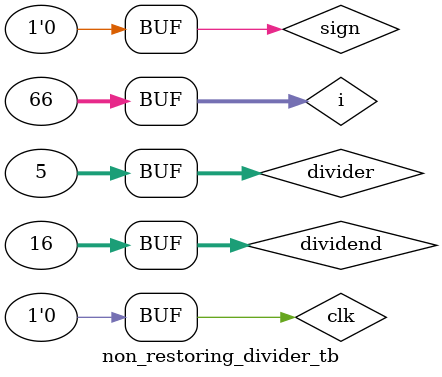
<source format=v>
module non_restoring_divider(dividend,divider,ready,quotient,remainder,sign,clk);
   input         clk;
   input         sign;
   input [31:0]  dividend, divider;
   output [31:0] quotient, remainder;
   output        ready;

   reg [31:0]    quotient, quotient_temp;
   reg [63:0]    dividend_copy, divider_copy, diff;
   reg           negative_output;
   
   wire [31:0]   remainder = (!negative_output) ?  dividend_copy[31:0] : ~dividend_copy[31:0] + 1'b1;

   reg [5:0]     bit; 
   wire          ready = !bit;

   initial bit = 0;
   initial negative_output = 0;

   always @( posedge clk ) 

     if( ready ) begin

        bit = 6'd32;
        quotient = 0;
        quotient_temp = 0;
        dividend_copy = (!sign || !dividend[31]) ? {32'd0,dividend} : {32'd0,~dividend + 1'b1};
        divider_copy = (!sign || !divider[31]) ? {1'b0,divider,31'd0} : {1'b0,~divider + 1'b1,31'd0};

        negative_output = sign && ((divider[31] && !dividend[31]) || (!divider[31] && dividend[31]));  
     end 
     else if ( bit > 0 ) begin

        diff = dividend_copy - divider_copy;

        quotient_temp = quotient_temp << 1;

        if( !diff[63] ) begin

           dividend_copy = diff;
           quotient_temp[0] = 1'd1;

        end

        quotient = (!negative_output) ? quotient_temp : ~quotient_temp + 1'b1;

        divider_copy = divider_copy >> 1;
        bit = bit - 1'b1;

     end
endmodule

module non_restoring_divider_tb;

	// Inputs
	reg [31:0] dividend;
	reg [31:0] divider;
	reg sign;
	reg clk;

	// Outputs
	wire ready;
	wire [31:0] quotient;
	wire [31:0] remainder;
	
	// Variables
	integer i ; 

	// Instantiate the Unit Under Test (UUT)
	non_restoring_divider uut (.ready(ready), .quotient(quotient), .remainder(remainder), .dividend(dividend), .divider(divider), .sign(sign), .clk(clk));

	initial begin
	//Check for unsigned division
	clk = 0;
	dividend = 32'd4;
	divider = 32'd2;
	sign = 0;
	for(i=0;i<66;i=i+1)
	begin
	clk = ~clk;
	#100;
	end
	
	//To check for signed division
	dividend = 32'd8;
	divider = 32'd2;
	sign = 1;
	for(i=0;i<66;i=i+1)
	begin
	clk = ~clk;
	#100;
	end
	
	//To check for remainder 
	dividend = 32'd16;
	divider = 32'd5;
	sign = 0;
	for(i=0;i<66;i=i+1)
	begin
	clk = ~clk;
	#100;
	end
	
	end
	    
endmodule

</source>
